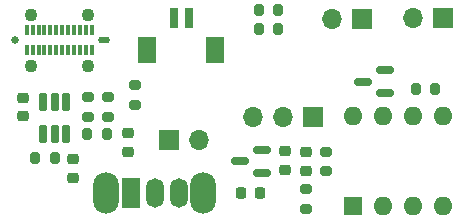
<source format=gbr>
%TF.GenerationSoftware,KiCad,Pcbnew,7.0.11-2.fc38*%
%TF.CreationDate,2024-04-24T16:28:46+02:00*%
%TF.ProjectId,lr_40,6c725f34-302e-46b6-9963-61645f706362,rev?*%
%TF.SameCoordinates,Original*%
%TF.FileFunction,Soldermask,Top*%
%TF.FilePolarity,Negative*%
%FSLAX46Y46*%
G04 Gerber Fmt 4.6, Leading zero omitted, Abs format (unit mm)*
G04 Created by KiCad (PCBNEW 7.0.11-2.fc38) date 2024-04-24 16:28:46*
%MOMM*%
%LPD*%
G01*
G04 APERTURE LIST*
G04 Aperture macros list*
%AMRoundRect*
0 Rectangle with rounded corners*
0 $1 Rounding radius*
0 $2 $3 $4 $5 $6 $7 $8 $9 X,Y pos of 4 corners*
0 Add a 4 corners polygon primitive as box body*
4,1,4,$2,$3,$4,$5,$6,$7,$8,$9,$2,$3,0*
0 Add four circle primitives for the rounded corners*
1,1,$1+$1,$2,$3*
1,1,$1+$1,$4,$5*
1,1,$1+$1,$6,$7*
1,1,$1+$1,$8,$9*
0 Add four rect primitives between the rounded corners*
20,1,$1+$1,$2,$3,$4,$5,0*
20,1,$1+$1,$4,$5,$6,$7,0*
20,1,$1+$1,$6,$7,$8,$9,0*
20,1,$1+$1,$8,$9,$2,$3,0*%
G04 Aperture macros list end*
%ADD10R,0.700000X1.800000*%
%ADD11R,1.600000X2.200000*%
%ADD12RoundRect,0.218750X0.256250X-0.218750X0.256250X0.218750X-0.256250X0.218750X-0.256250X-0.218750X0*%
%ADD13R,1.700000X1.700000*%
%ADD14O,1.700000X1.700000*%
%ADD15RoundRect,0.200000X0.200000X0.275000X-0.200000X0.275000X-0.200000X-0.275000X0.200000X-0.275000X0*%
%ADD16RoundRect,0.162500X0.162500X-0.617500X0.162500X0.617500X-0.162500X0.617500X-0.162500X-0.617500X0*%
%ADD17RoundRect,0.225000X-0.250000X0.225000X-0.250000X-0.225000X0.250000X-0.225000X0.250000X0.225000X0*%
%ADD18O,2.200000X3.500000*%
%ADD19R,1.500000X2.500000*%
%ADD20O,1.500000X2.500000*%
%ADD21RoundRect,0.218750X-0.256250X0.218750X-0.256250X-0.218750X0.256250X-0.218750X0.256250X0.218750X0*%
%ADD22RoundRect,0.200000X-0.200000X-0.275000X0.200000X-0.275000X0.200000X0.275000X-0.200000X0.275000X0*%
%ADD23RoundRect,0.150000X0.587500X0.150000X-0.587500X0.150000X-0.587500X-0.150000X0.587500X-0.150000X0*%
%ADD24RoundRect,0.200000X0.275000X-0.200000X0.275000X0.200000X-0.275000X0.200000X-0.275000X-0.200000X0*%
%ADD25RoundRect,0.200000X-0.275000X0.200000X-0.275000X-0.200000X0.275000X-0.200000X0.275000X0.200000X0*%
%ADD26RoundRect,0.225000X-0.225000X-0.250000X0.225000X-0.250000X0.225000X0.250000X-0.225000X0.250000X0*%
%ADD27R,1.600000X1.600000*%
%ADD28O,1.600000X1.600000*%
%ADD29C,0.660000*%
%ADD30O,1.000000X0.580000*%
%ADD31R,0.300000X0.850000*%
%ADD32C,1.100000*%
G04 APERTURE END LIST*
D10*
%TO.C,BT2*%
X84300000Y-51800000D03*
X85550000Y-51800000D03*
D11*
X82050000Y-54500000D03*
X87800000Y-54500000D03*
%TD*%
D12*
%TO.C,D2*%
X95500000Y-64675000D03*
X95500000Y-63100000D03*
%TD*%
D13*
%TO.C,SW3*%
X96080000Y-60100000D03*
D14*
X93540000Y-60100000D03*
X91000000Y-60100000D03*
%TD*%
D15*
%TO.C,C3*%
X93125000Y-51100000D03*
X91475000Y-51100000D03*
%TD*%
D16*
%TO.C,U3*%
X73250000Y-61550000D03*
X74200000Y-61550000D03*
X75150000Y-61550000D03*
X75150000Y-58850000D03*
X74200000Y-58850000D03*
X73250000Y-58850000D03*
%TD*%
D17*
%TO.C,C7*%
X75800000Y-63725000D03*
X75800000Y-65275000D03*
%TD*%
%TO.C,C2*%
X93700000Y-63050000D03*
X93700000Y-64600000D03*
%TD*%
D15*
%TO.C,C4*%
X93125000Y-52700000D03*
X91475000Y-52700000D03*
%TD*%
D18*
%TO.C,SW1*%
X78600000Y-66600000D03*
X86800000Y-66600000D03*
D19*
X80700000Y-66600000D03*
D20*
X82700000Y-66600000D03*
X84700000Y-66600000D03*
%TD*%
D21*
%TO.C,D3*%
X80400000Y-61512500D03*
X80400000Y-63087500D03*
%TD*%
D22*
%TO.C,R6*%
X72575000Y-63600000D03*
X74225000Y-63600000D03*
%TD*%
D13*
%TO.C,SW2*%
X107100000Y-51800000D03*
D14*
X104560000Y-51800000D03*
%TD*%
D23*
%TO.C,U1*%
X91737500Y-64850000D03*
X91737500Y-62950000D03*
X89862500Y-63900000D03*
%TD*%
D24*
%TO.C,R8*%
X77000000Y-60125000D03*
X77000000Y-58475000D03*
%TD*%
D25*
%TO.C,R4*%
X78700000Y-58475000D03*
X78700000Y-60125000D03*
%TD*%
D23*
%TO.C,Q1*%
X102200000Y-58100000D03*
X102200000Y-56200000D03*
X100325000Y-57150000D03*
%TD*%
D15*
%TO.C,R1*%
X106425000Y-57800000D03*
X104775000Y-57800000D03*
%TD*%
D25*
%TO.C,R5*%
X81000000Y-57475000D03*
X81000000Y-59125000D03*
%TD*%
%TO.C,R2*%
X97200000Y-63075000D03*
X97200000Y-64725000D03*
%TD*%
D22*
%TO.C,R7*%
X76975000Y-61600000D03*
X78625000Y-61600000D03*
%TD*%
D26*
%TO.C,C1*%
X90025000Y-66600000D03*
X91575000Y-66600000D03*
%TD*%
D13*
%TO.C,D1*%
X100200000Y-51825000D03*
D14*
X97660000Y-51825000D03*
%TD*%
D27*
%TO.C,U2*%
X99500000Y-67700000D03*
D28*
X102040000Y-67700000D03*
X104580000Y-67700000D03*
X107120000Y-67700000D03*
X107120000Y-60080000D03*
X104580000Y-60080000D03*
X102040000Y-60080000D03*
X99500000Y-60080000D03*
%TD*%
D13*
%TO.C,J1*%
X83850000Y-62075000D03*
D14*
X86390000Y-62075000D03*
%TD*%
D17*
%TO.C,C6*%
X71500000Y-58525000D03*
X71500000Y-60075000D03*
%TD*%
D29*
%TO.C,J3*%
X70850000Y-53650000D03*
D30*
X78350000Y-53650000D03*
D31*
X71850000Y-52815000D03*
X72350000Y-52815000D03*
X72850000Y-52815000D03*
X73350000Y-52815000D03*
X73850000Y-52815000D03*
X74350000Y-52815000D03*
X74850000Y-52815000D03*
X75350000Y-52815000D03*
X75850000Y-52815000D03*
X76350000Y-52815000D03*
X76850000Y-52815000D03*
X77350000Y-52815000D03*
X77350000Y-54485000D03*
X76850000Y-54485000D03*
X76350000Y-54485000D03*
X75850000Y-54485000D03*
X75350000Y-54485000D03*
X74850000Y-54485000D03*
X74350000Y-54485000D03*
X73850000Y-54485000D03*
X73350000Y-54485000D03*
X72850000Y-54485000D03*
X72350000Y-54485000D03*
X71850000Y-54485000D03*
D32*
X72200000Y-51500000D03*
X72200000Y-55800000D03*
X77000000Y-51500000D03*
X77000000Y-55800000D03*
%TD*%
D25*
%TO.C,R3*%
X95500000Y-66275000D03*
X95500000Y-67925000D03*
%TD*%
M02*

</source>
